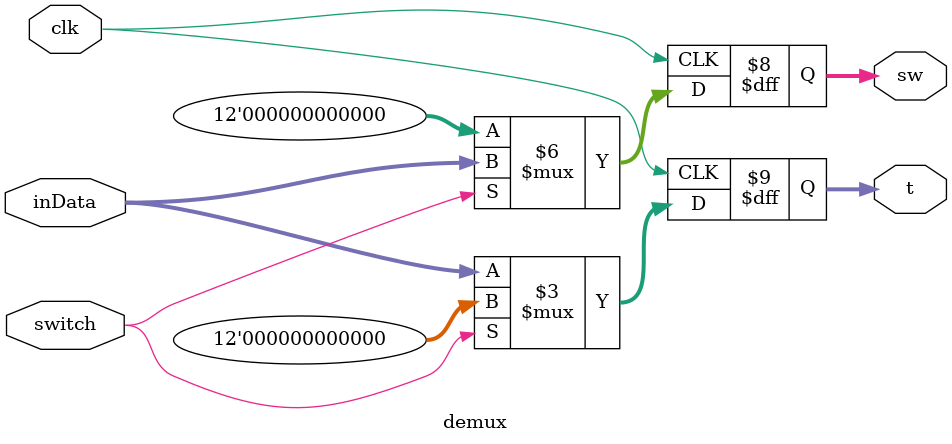
<source format=v>
module demux(inData, switch, clk, sw, t);
  input [11:0] inData;
  input switch, clk;
  output [11:0] sw, t;
  reg [11:0] sw, t;
  always @ (posedge clk) begin
    if (switch) begin
      sw <= inData;
      t <= 0;
    end
    else begin
    sw <= 0;
    t <= inData;
    end
  end
endmodule

</source>
